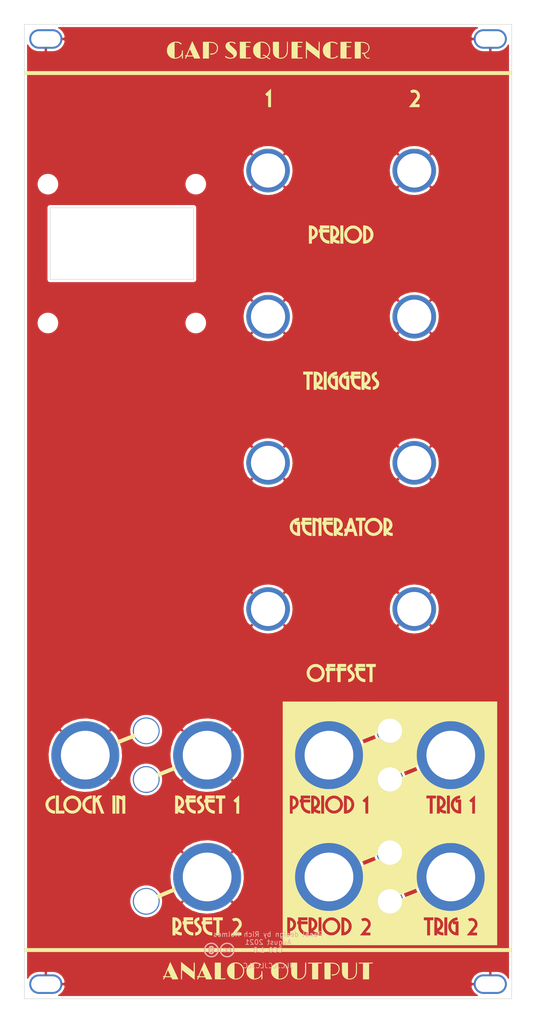
<source format=kicad_pcb>
(kicad_pcb (version 20171130) (host pcbnew 5.1.10-88a1d61d58~90~ubuntu20.04.1)
  (layers (0 F.Cu signal) (31 B.Cu signal) (34 B.Paste user) (35 F.Paste user) (36 B.SilkS user) (37 F.SilkS user) (38 B.Mask user) (39 F.Mask user) (44 Edge.Cuts user))
  (net 0 "")
  (net 1 GND)
  (module gapseq:gapseq_panel_art (layer F.Cu) (at 50 100)
    (fp_text reference GRAF2 hide)
    (fp_text value Art hide)
  )
  (module Kosmo_panel:OLED_128x64 (layer F.Cu) (at 20 45)
    (fp_text reference OLED1 hide)
    (fp_text value OLED_128X64_Hole hide)
    (pad "" np_thru_hole circle (at 15.169 16.3) (size 3.2 3.2) (drill 3.2) (layers *.Cu *.Mask))
    (pad "" np_thru_hole circle (at -15.169 16.3) (size 3.2 3.2) (drill 3.2) (layers *.Cu *.Mask))
    (pad "" np_thru_hole circle (at 15.169 -12.2) (size 3.2 3.2) (drill 3.2) (layers *.Cu *.Mask))
    (pad "" np_thru_hole circle (at -15.169 -12.2) (size 3.2 3.2) (drill 3.2) (layers *.Cu *.Mask))
  )
  (module Kosmo_panel:Kosmo_LED_Hole (layer F.Cu) (at 25 145)
    (fp_text reference H14 hide)
    (fp_text value Led_Hole)
    (pad 1 thru_hole circle (at 0 0) (size 5.5 5.5) (drill 5) (layers *.Cu *.Mask))
  )
  (module Kosmo_panel:Kosmo_LED_Hole (layer F.Cu) (at 25 180)
    (fp_text reference H13 hide)
    (fp_text value Led_Hole)
    (pad 1 thru_hole circle (at 0 0) (size 5.5 5.5) (drill 5) (layers *.Cu *.Mask))
  )
  (module Kosmo_panel:Kosmo_LED_Hole (layer F.Cu) (at 75 145)
    (fp_text reference H12 hide)
    (fp_text value Led_Hole)
    (pad 1 thru_hole circle (at 0 0) (size 5.5 5.5) (drill 5) (layers *.Cu *.Mask))
  )
  (module Kosmo_panel:Kosmo_LED_Hole (layer F.Cu) (at 75 180)
    (fp_text reference H10 hide)
    (fp_text value Led_Hole)
    (pad 1 thru_hole circle (at 0 0) (size 5.5 5.5) (drill 5) (layers *.Cu *.Mask))
  )
  (module Kosmo_panel:Kosmo_LED_Hole (layer F.Cu) (at 75 155)
    (fp_text reference H9 hide)
    (fp_text value Led_Hole)
    (pad 1 thru_hole circle (at 0 0) (size 5.5 5.5) (drill 5) (layers *.Cu *.Mask))
  )
  (module Kosmo_panel:Kosmo_LED_Hole (layer F.Cu) (at 75 170)
    (fp_text reference H8 hide)
    (fp_text value Led_Hole)
    (pad 1 thru_hole circle (at 0 0) (size 5.5 5.5) (drill 5) (layers *.Cu *.Mask))
  )
  (module Kosmo_panel:Kosmo_LED_Hole (layer F.Cu) (at 25 155)
    (fp_text reference H7 hide)
    (fp_text value Led_Hole)
    (pad 1 thru_hole circle (at 0 0) (size 5.5 5.5) (drill 5) (layers *.Cu *.Mask))
  )
  (module Kosmo_panel:Kosmo_Jack_Hole (layer F.Cu) (at 87.5 175)
    (fp_text reference H24 hide)
    (fp_text value Jack_Hole)
    (pad 1 thru_hole circle (at 0 0) (size 14 14) (drill 10) (layers *.Cu *.Mask) (net 1 GND))
  )
  (module Kosmo_panel:Kosmo_Jack_Hole (layer F.Cu) (at 62.5 175)
    (fp_text reference H23 hide)
    (fp_text value Jack_Hole)
    (pad 1 thru_hole circle (at 0 0) (size 14 14) (drill 10) (layers *.Cu *.Mask) (net 1 GND))
  )
  (module Kosmo_panel:Kosmo_Jack_Hole (layer F.Cu) (at 12.5 150)
    (fp_text reference H22 hide)
    (fp_text value Jack_Hole)
    (pad 1 thru_hole circle (at 0 0) (size 14 14) (drill 10) (layers *.Cu *.Mask) (net 1 GND))
  )
  (module Kosmo_panel:Kosmo_Jack_Hole (layer F.Cu) (at 37.5 150)
    (fp_text reference H21 hide)
    (fp_text value Jack_Hole)
    (pad 1 thru_hole circle (at 0 0) (size 14 14) (drill 10) (layers *.Cu *.Mask) (net 1 GND))
  )
  (module Kosmo_panel:Kosmo_Jack_Hole (layer F.Cu) (at 37.5 175)
    (fp_text reference H20 hide)
    (fp_text value Jack_Hole)
    (pad 1 thru_hole circle (at 0 0) (size 14 14) (drill 10) (layers *.Cu *.Mask) (net 1 GND))
  )
  (module Kosmo_panel:Kosmo_Jack_Hole (layer F.Cu) (at 87.5 150)
    (fp_text reference H19 hide)
    (fp_text value Jack_Hole)
    (pad 1 thru_hole circle (at 0 0) (size 14 14) (drill 10) (layers *.Cu *.Mask) (net 1 GND))
  )
  (module Kosmo_panel:Kosmo_Jack_Hole (layer F.Cu) (at 62.5 150)
    (fp_text reference H18 hide)
    (fp_text value Jack_Hole)
    (pad 1 thru_hole circle (at 0 0) (size 14 14) (drill 10) (layers *.Cu *.Mask) (net 1 GND))
  )
  (module Kosmo_panel:Kosmo_Pot_Hole (layer F.Cu) (at 80 90)
    (fp_text reference H17 hide)
    (fp_text value Pot_Hole)
    (pad 1 thru_hole circle (at 0 0) (size 9 9) (drill 7) (layers *.Cu *.Mask) (net 1 GND))
  )
  (module Kosmo_panel:Kosmo_Pot_Hole (layer F.Cu) (at 50 60)
    (fp_text reference H16 hide)
    (fp_text value Pot_Hole)
    (pad 1 thru_hole circle (at 0 0) (size 9 9) (drill 7) (layers *.Cu *.Mask) (net 1 GND))
  )
  (module Kosmo_panel:Kosmo_Pot_Hole (layer F.Cu) (at 80 60)
    (fp_text reference H15 hide)
    (fp_text value Pot_Hole)
    (pad 1 thru_hole circle (at 0 0) (size 9 9) (drill 7) (layers *.Cu *.Mask) (net 1 GND))
  )
  (module Kosmo_panel:Kosmo_Pot_Hole (layer F.Cu) (at 50 120)
    (fp_text reference H6 hide)
    (fp_text value Pot_Hole)
    (pad 1 thru_hole circle (at 0 0) (size 9 9) (drill 7) (layers *.Cu *.Mask) (net 1 GND))
  )
  (module Kosmo_panel:Kosmo_Pot_Hole (layer F.Cu) (at 80 30)
    (fp_text reference H5 hide)
    (fp_text value Pot_Hole)
    (pad 1 thru_hole circle (at 0 0) (size 9 9) (drill 7) (layers *.Cu *.Mask) (net 1 GND))
  )
  (module Kosmo_panel:Kosmo_Pot_Hole (layer F.Cu) (at 50 90)
    (fp_text reference H4 hide)
    (fp_text value Pot_Hole)
    (pad 1 thru_hole circle (at 0 0) (size 9 9) (drill 7) (layers *.Cu *.Mask) (net 1 GND))
  )
  (module Kosmo_panel:Kosmo_Pot_Hole (layer F.Cu) (at 50 30)
    (fp_text reference H3 hide)
    (fp_text value Pot_Hole)
    (pad 1 thru_hole circle (at 0 0) (size 9 9) (drill 7) (layers *.Cu *.Mask) (net 1 GND))
  )
  (module Kosmo_panel:Kosmo_Pot_Hole (layer F.Cu) (at 80 120)
    (fp_text reference H2 hide)
    (fp_text value Pot_Hole)
    (pad 1 thru_hole circle (at 0 0) (size 9 9) (drill 7) (layers *.Cu *.Mask) (net 1 GND))
  )
  (module Kosmo_panel:Kosmo_Panel_Dual_Slotted_Mounting_Holes (layer F.Cu) (at 94.2 197)
    (fp_text reference H11 hide)
    (fp_text value Mounting_Holes_Slotted)
    (pad 1 thru_hole oval (at 1.4 -194) (size 6.8 4) (drill oval 6 3.2) (layers *.Cu *.Mask) (net 1 GND))
    (pad 1 thru_hole oval (at 1.4 0) (size 6.8 4) (drill oval 6 3.2) (layers *.Cu *.Mask) (net 1 GND))
  )
  (module Kosmo_panel:Kosmo_Panel_Dual_Slotted_Mounting_Holes (layer F.Cu) (at 3 197)
    (fp_text reference H1 hide)
    (fp_text value Mounting_Holes_Slotted)
    (pad 1 thru_hole oval (at 1.4 -194) (size 6.8 4) (drill oval 6 3.2) (layers *.Cu *.Mask) (net 1 GND))
    (pad 1 thru_hole oval (at 1.4 0) (size 6.8 4) (drill oval 6 3.2) (layers *.Cu *.Mask) (net 1 GND))
  )
  (module ao_tht:CC0_logo (layer B.Cu) (at 40 190 180)
    (fp_text reference GRAF3 hide)
    (fp_text value Graphic hide)
  )
  (module gapseq:gapseq_panel_holes (layer F.Cu) (at 50 100)
    (fp_text reference GRAF1 hide)
    (fp_text value Holes hide)
  )
  (gr_line (start 5.3 52.35) (end 5.3 37.65) (layer Edge.Cuts) (width 0.1))
  (gr_line (start 34.7 52.35) (end 5.3 52.35) (layer Edge.Cuts) (width 0.1))
  (gr_line (start 34.7 37.65) (end 34.7 52.35) (layer Edge.Cuts) (width 0.1))
  (gr_line (start 5.3 37.65) (end 34.7 37.65) (layer Edge.Cuts) (width 0.1))
  (gr_text "Panel design by Rich Holmes\nAugust 2021\nCC0 1.0\n\nJLCJLCJLCJLC" (at 50 190) (layer B.SilkS) (effects (font (size 1 1)) (justify mirror)))
  (gr_line (start 100 0) (end 0 0) (layer Edge.Cuts) (width 0.1))
  (gr_line (start 100 200) (end 100 0) (layer Edge.Cuts) (width 0.1))
  (gr_line (start 0 200) (end 100 200) (layer Edge.Cuts) (width 0.1))
  (gr_line (start 0 0) (end 0 200) (layer Edge.Cuts) (width 0.1))
  (zone (net 1) (net_name GND) (layer F.Cu) (connect_pads (clearance 0.508)) (min_thickness 0.254) (fill yes (arc_segments 32) (thermal_gap 0.508) (thermal_bridge_width 0.508))
    (polygon (pts (xy 105 205) (xy -5 205) (xy -5 -5) (xy 105 -5)))
  )
)
</source>
